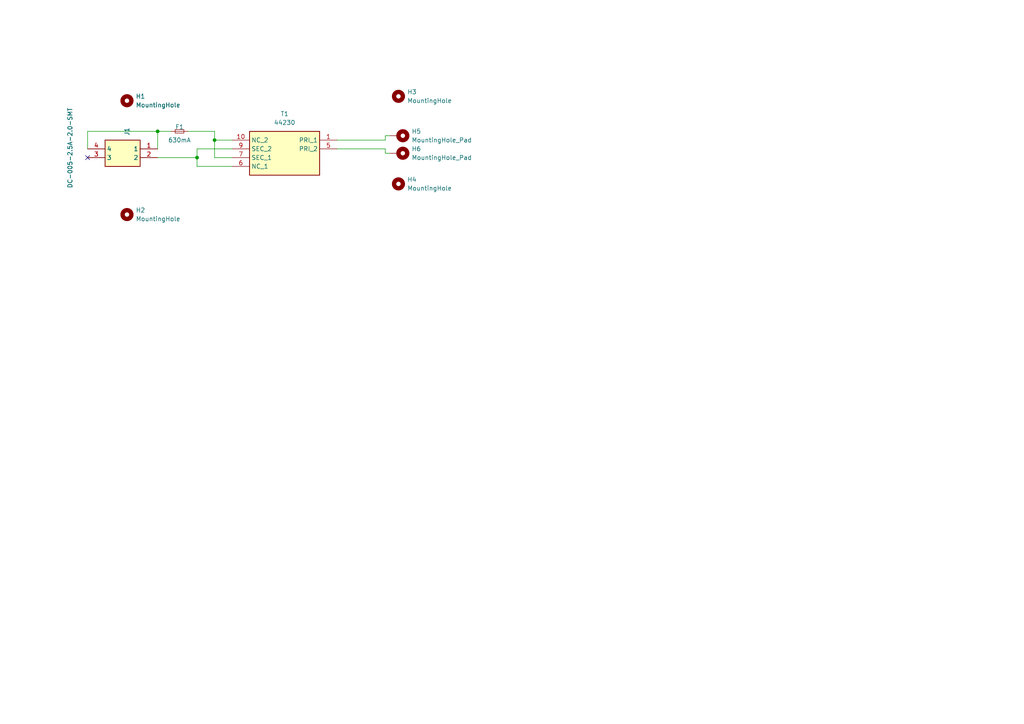
<source format=kicad_sch>
(kicad_sch (version 20230121) (generator eeschema)
  (paper "A4")
  (lib_symbols
    (symbol "44230:44230"
      (property "Reference" "T" (at 26.67 7.62 0))
      (property "Value" "44230" (at 26.67 5.08 0))
      (symbol "44230_1_1"
        (rectangle (start 5.08 2.54) (end 25.4 -10.16) (stroke (width 0.254)) (fill (type background)))
        (pin passive line (at 30.48 0 180) (length 5.08) (name "PRI_1") (number "1"))
        (pin passive line (at 0 0 0) (length 5.08) (name "NC_2") (number "10"))
        (pin passive line (at 30.48 -2.54 180) (length 5.08) (name "PRI_2") (number "5"))
        (pin passive line (at 0 -7.62 0) (length 5.08) (name "NC_1") (number "6"))
        (pin passive line (at 0 -5.08 0) (length 5.08) (name "SEC_1") (number "7"))
        (pin passive line (at 0 -2.54 0) (length 5.08) (name "SEC_2") (number "9"))
      )
    )
    (symbol "Device:Fuse_Small" (pin_numbers hide) (pin_names (offset 0.254) hide)
      (property "Reference" "F" (at 0 -1.524 0))
      (property "Value" "Fuse_Small" (at 0 1.524 0))
      (symbol "Fuse_Small_0_1"
        (rectangle (start -1.27 0.508) (end 1.27 -0.508))
        (polyline (pts (xy -1.27 0) (xy 1.27 0)))
      )
      (symbol "Fuse_Small_1_1"
        (pin passive line (at -2.54 0 0) (length 1.27) (name "~") (number "1"))
        (pin passive line (at 2.54 0 180) (length 1.27) (name "~") (number "2"))
      )
    )
    (symbol "Enerwize:DC-005-2.5A-2.0-SMT"
      (property "Reference" "J" (at 16.51 7.62 0))
      (property "Value" "DC-005-2.5A-2.0-SMT" (at 16.51 5.08 0))
      (symbol "DC-005-2.5A-2.0-SMT_1_1"
        (rectangle (start 5.08 2.54) (end 15.24 -5.08) (stroke (width 0.254)) (fill (type background)))
        (pin passive line (at 0 0 0) (length 5.08) (name "1") (number "1"))
        (pin passive line (at 0 -2.54 0) (length 5.08) (name "2") (number "2"))
        (pin passive line (at 20.32 -2.54 180) (length 5.08) (name "3") (number "3"))
        (pin passive line (at 20.32 0 180) (length 5.08) (name "4") (number "4"))
      )
    )
    (symbol "Mechanical:MountingHole" (pin_names (offset 1.016))
      (property "Reference" "H" (at 0 5.08 0))
      (property "Value" "MountingHole" (at 0 3.175 0))
      (symbol "MountingHole_0_1"
        (circle (center 0 0) (radius 1.27) (stroke (width 1.27)))
      )
    )
    (symbol "Mechanical:MountingHole_Pad" (pin_numbers hide) (pin_names (offset 1.016) hide)
      (property "Reference" "H" (at 0 6.35 0))
      (property "Value" "MountingHole_Pad" (at 0 4.445 0))
      (symbol "MountingHole_Pad_0_1"
        (circle (center 0 1.27) (radius 1.27) (stroke (width 1.27)))
      )
      (symbol "MountingHole_Pad_1_1"
        (pin input line (at 0 -2.54 90) (length 2.54) (name "1") (number "1"))
      )
    )
  )
  (junction (at 62.23 40.64))
  (junction (at 45.72 38.1))
  (junction (at 57.15 45.72))
  (no_connect (at 25.4 45.72))
  (wire (pts (xy 57.15 43.18) (xy 67.31 43.18)))
  (wire (pts (xy 111.76 44.45) (xy 111.76 43.18)))
  (wire (pts (xy 25.4 38.1) (xy 45.72 38.1)))
  (wire (pts (xy 67.31 48.26) (xy 57.15 48.26)))
  (wire (pts (xy 111.76 40.64) (xy 97.79 40.64)))
  (wire (pts (xy 111.76 39.37) (xy 113.03 39.37)))
  (wire (pts (xy 111.76 39.37) (xy 111.76 40.64)))
  (wire (pts (xy 45.72 38.1) (xy 45.72 43.18)))
  (wire (pts (xy 111.76 44.45) (xy 113.03 44.45)))
  (wire (pts (xy 54.61 38.1) (xy 62.23 38.1)))
  (wire (pts (xy 62.23 40.64) (xy 62.23 45.72)))
  (wire (pts (xy 45.72 38.1) (xy 49.53 38.1)))
  (wire (pts (xy 67.31 40.64) (xy 62.23 40.64)))
  (wire (pts (xy 111.76 43.18) (xy 97.79 43.18)))
  (wire (pts (xy 57.15 45.72) (xy 57.15 43.18)))
  (wire (pts (xy 62.23 38.1) (xy 62.23 40.64)))
  (wire (pts (xy 62.23 45.72) (xy 67.31 45.72)))
  (wire (pts (xy 25.4 43.18) (xy 25.4 38.1)))
  (wire (pts (xy 57.15 48.26) (xy 57.15 45.72)))
  (wire (pts (xy 45.72 45.72) (xy 57.15 45.72)))
  (symbol (lib_id "Mechanical:MountingHole") (at 36.83 29.21 0) (unit 1)
    (property "Reference" "H1" (at 39.37 27.94 0) (effects (justify left)))
    (property "Value" "MountingHole" (at 39.37 30.48 0) (effects (justify left)))
    (property "Footprint" "MountingHole:MountingHole_2.5mm" (effects hide))
  )
  (symbol (lib_id "44230:44230") (at 67.31 40.64 0) (unit 1)
    (property "Reference" "T1" (at 82.55 33.02 0))
    (property "Value" "44230" (at 82.55 35.56 0))
    (property "Footprint" "my_package:44230" (effects hide))
    (property "Datasheet" "https://componentsearchengine.com/Datasheets/2/44230.pdf" (effects hide))
    (property "Height" "32.8" (effects hide))
    (property "Manufacturer_Name" "MYRRA" (effects hide))
    (property "Manufacturer_Part_Number" "44230" (effects hide))
  )
  (symbol (lib_id "Mechanical:MountingHole_Pad") (at 115.57 39.37 270) (unit 1)
    (property "Reference" "H5" (at 119.38 38.1 90) (effects (justify left)))
    (property "Value" "MountingHole_Pad" (at 119.38 40.64 90) (effects (justify left)))
    (property "Footprint" "Enerwize:BottomSolder_2,5mm2" (effects hide))
  )
  (symbol (lib_id "Mechanical:MountingHole") (at 115.57 27.94 0) (unit 1)
    (property "Reference" "H3" (at 118.11 26.67 0) (effects (justify left)))
    (property "Value" "MountingHole" (at 118.11 29.21 0) (effects (justify left)))
    (property "Footprint" "MountingHole:MountingHole_2.5mm" (effects hide))
  )
  (symbol (lib_id "Mechanical:MountingHole") (at 115.57 53.34 0) (unit 1)
    (property "Reference" "H4" (at 118.11 52.07 0) (effects (justify left)))
    (property "Value" "MountingHole" (at 118.11 54.61 0) (effects (justify left)))
    (property "Footprint" "MountingHole:MountingHole_2.5mm" (effects hide))
  )
  (symbol (lib_id "Device:Fuse_Small") (at 52.07 38.1 0) (unit 1)
    (property "Reference" "F1" (at 52.07 36.83 0))
    (property "Value" "630mA" (at 52.07 40.64 0))
    (property "Footprint" "Enerwize:RV_Disc_D9mm_W3.3mm_P5mm" (effects hide))
    (property "Datasheet" "https://www.mouser.fr/datasheet/2/643/ds_cp_0zrc_series-1960444.pdf" (effects hide))
    (property "Mouser" "https://www.mouser.fr/ProductDetail/Bel-Fuse/0ZRC0065FF1E?qs=sGAEpiMZZMsgjL4JkW1EEcd%252Bb5fzYQwT37QUb/d97faNsz5L6AT93w%3D%3D" (effects hide))
  )
  (symbol (lib_id "Mechanical:MountingHole") (at 36.83 62.23 0) (unit 1)
    (property "Reference" "H2" (at 39.37 60.96 0) (effects (justify left)))
    (property "Value" "MountingHole" (at 39.37 63.5 0) (effects (justify left)))
    (property "Footprint" "MountingHole:MountingHole_2.5mm" (effects hide))
  )
  (symbol (lib_id "Enerwize:DC-005-2.5A-2.0-SMT") (at 45.72 43.18 0) (mirror y) (unit 1)
    (property "Reference" "J1" (at 36.83 39.37 90) (effects (justify left)))
    (property "Value" "DC-005-2.5A-2.0-SMT" (at 20.32 54.61 90) (effects (justify left)))
    (property "Footprint" "Enerwize:DC00525A20SMT" (effects hide))
    (property "Datasheet" "http://www.helloxkb.com/public/images/pdf/DC-005-2.5A-2.0-SMT-.pdf" (effects hide))
    (property "Height" "11.2" (effects hide))
    (property "Manufacturer_Name" "XKB Connectivity" (effects hide))
    (property "Manufacturer_Part_Number" "DC-005-2.5A-2.0-SMT" (effects hide))
  )
  (symbol (lib_id "Mechanical:MountingHole_Pad") (at 115.57 44.45 270) (unit 1)
    (property "Reference" "H6" (at 119.38 43.18 90) (effects (justify left)))
    (property "Value" "MountingHole_Pad" (at 119.38 45.72 90) (effects (justify left)))
    (property "Footprint" "Enerwize:BottomSolder_2,5mm2" (effects hide))
  )
)
</source>
